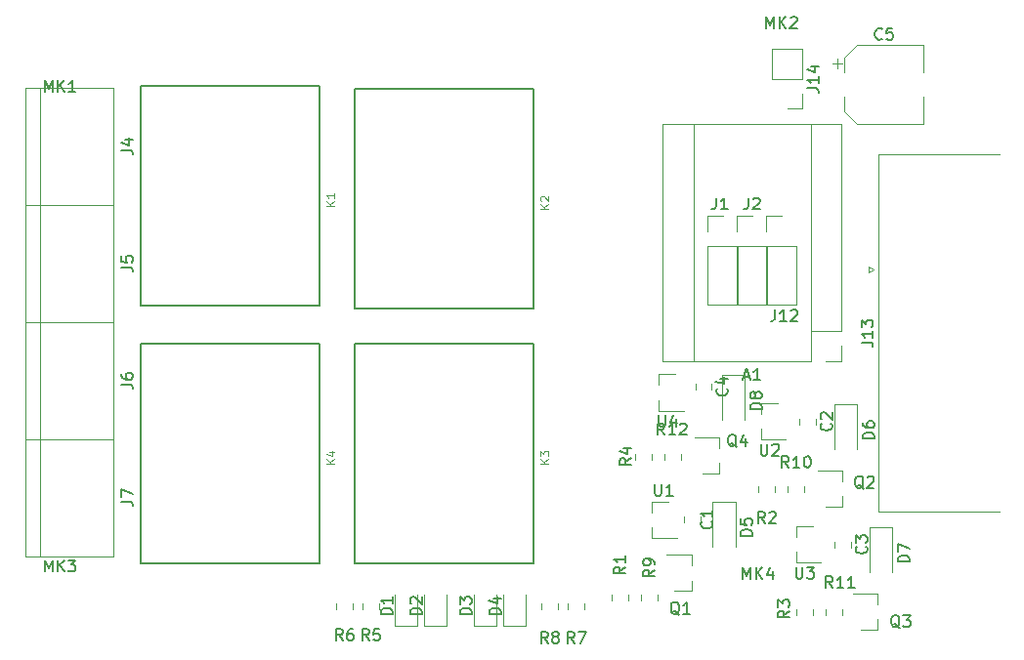
<source format=gto>
G04 #@! TF.GenerationSoftware,KiCad,Pcbnew,(5.1.5)-3*
G04 #@! TF.CreationDate,2020-11-13T16:04:47+01:00*
G04 #@! TF.ProjectId,relais_hat,72656c61-6973-45f6-9861-742e6b696361,rev?*
G04 #@! TF.SameCoordinates,Original*
G04 #@! TF.FileFunction,Legend,Top*
G04 #@! TF.FilePolarity,Positive*
%FSLAX46Y46*%
G04 Gerber Fmt 4.6, Leading zero omitted, Abs format (unit mm)*
G04 Created by KiCad (PCBNEW (5.1.5)-3) date 2020-11-13 16:04:47*
%MOMM*%
%LPD*%
G04 APERTURE LIST*
%ADD10C,0.120000*%
%ADD11C,0.127000*%
%ADD12C,0.150000*%
%ADD13C,0.015000*%
G04 APERTURE END LIST*
D10*
X243886000Y-147621000D02*
X243886000Y-144936000D01*
X241966000Y-147621000D02*
X243886000Y-147621000D01*
X241966000Y-144936000D02*
X241966000Y-147621000D01*
X241346000Y-147621000D02*
X241346000Y-144936000D01*
X239426000Y-147621000D02*
X241346000Y-147621000D01*
X239426000Y-144936000D02*
X239426000Y-147621000D01*
X237028000Y-147621000D02*
X237028000Y-144936000D01*
X235108000Y-147621000D02*
X237028000Y-147621000D01*
X235108000Y-144936000D02*
X235108000Y-147621000D01*
X234488000Y-147621000D02*
X234488000Y-144936000D01*
X232568000Y-147621000D02*
X234488000Y-147621000D01*
X232568000Y-144936000D02*
X232568000Y-147621000D01*
X260670980Y-134460400D02*
X260670980Y-133530400D01*
X260670980Y-131300400D02*
X260670980Y-132230400D01*
X260670980Y-131300400D02*
X258510980Y-131300400D01*
X260670980Y-134460400D02*
X259210980Y-134460400D01*
X274389520Y-148021460D02*
X274389520Y-147091460D01*
X274389520Y-144861460D02*
X274389520Y-145791460D01*
X274389520Y-144861460D02*
X272229520Y-144861460D01*
X274389520Y-148021460D02*
X272929520Y-148021460D01*
X271323740Y-137320440D02*
X271323740Y-136390440D01*
X271323740Y-134160440D02*
X271323740Y-135090440D01*
X271323740Y-134160440D02*
X269163740Y-134160440D01*
X271323740Y-137320440D02*
X269863740Y-137320440D01*
X258240000Y-144650000D02*
X258240000Y-143720000D01*
X258240000Y-141490000D02*
X258240000Y-142420000D01*
X258240000Y-141490000D02*
X256080000Y-141490000D01*
X258240000Y-144650000D02*
X256780000Y-144650000D01*
X267878000Y-102816000D02*
X266548000Y-102816000D01*
X267878000Y-101486000D02*
X267878000Y-102816000D01*
X267878000Y-100216000D02*
X265218000Y-100216000D01*
X265218000Y-100216000D02*
X265218000Y-97616000D01*
X267878000Y-100216000D02*
X267878000Y-97616000D01*
X267878000Y-97616000D02*
X265218000Y-97616000D01*
X270886250Y-98482750D02*
X270886250Y-99270250D01*
X270492500Y-98876500D02*
X271280000Y-98876500D01*
X271520000Y-103069563D02*
X272584437Y-104134000D01*
X271520000Y-98378437D02*
X272584437Y-97314000D01*
X271520000Y-98378437D02*
X271520000Y-99664000D01*
X271520000Y-103069563D02*
X271520000Y-101784000D01*
X272584437Y-104134000D02*
X278340000Y-104134000D01*
X272584437Y-97314000D02*
X278340000Y-97314000D01*
X278340000Y-97314000D02*
X278340000Y-99664000D01*
X278340000Y-104134000D02*
X278340000Y-101784000D01*
X264710000Y-112094000D02*
X266040000Y-112094000D01*
X264710000Y-113424000D02*
X264710000Y-112094000D01*
X264710000Y-114694000D02*
X267370000Y-114694000D01*
X267370000Y-114694000D02*
X267370000Y-119834000D01*
X264710000Y-114694000D02*
X264710000Y-119834000D01*
X264710000Y-119834000D02*
X267370000Y-119834000D01*
X262170000Y-112094000D02*
X263500000Y-112094000D01*
X262170000Y-113424000D02*
X262170000Y-112094000D01*
X262170000Y-114694000D02*
X264830000Y-114694000D01*
X264830000Y-114694000D02*
X264830000Y-119834000D01*
X262170000Y-114694000D02*
X262170000Y-119834000D01*
X262170000Y-119834000D02*
X264830000Y-119834000D01*
X259630000Y-112094000D02*
X260960000Y-112094000D01*
X259630000Y-113424000D02*
X259630000Y-112094000D01*
X259630000Y-114694000D02*
X262290000Y-114694000D01*
X262290000Y-114694000D02*
X262290000Y-119834000D01*
X259630000Y-114694000D02*
X259630000Y-119834000D01*
X259630000Y-119834000D02*
X262290000Y-119834000D01*
X273994675Y-116726000D02*
X273561662Y-116976000D01*
X273561662Y-116476000D02*
X273994675Y-116726000D01*
X273561662Y-116976000D02*
X273561662Y-116476000D01*
X274456000Y-106781000D02*
X284936000Y-106781000D01*
X274456000Y-137751000D02*
X274456000Y-106781000D01*
X284936000Y-137751000D02*
X274456000Y-137751000D01*
X262880000Y-125906000D02*
X262880000Y-129806000D01*
X260880000Y-125906000D02*
X260880000Y-129806000D01*
X262880000Y-125906000D02*
X260880000Y-125906000D01*
X275676000Y-139114000D02*
X275676000Y-143014000D01*
X273676000Y-139114000D02*
X273676000Y-143014000D01*
X275676000Y-139114000D02*
X273676000Y-139114000D01*
X272628000Y-128446000D02*
X272628000Y-132346000D01*
X270628000Y-128446000D02*
X270628000Y-132346000D01*
X272628000Y-128446000D02*
X270628000Y-128446000D01*
X262050000Y-136870000D02*
X262050000Y-140770000D01*
X260050000Y-136870000D02*
X260050000Y-140770000D01*
X262050000Y-136870000D02*
X260050000Y-136870000D01*
X255420000Y-125850000D02*
X256880000Y-125850000D01*
X255420000Y-129010000D02*
X257580000Y-129010000D01*
X255420000Y-129010000D02*
X255420000Y-128080000D01*
X255420000Y-125850000D02*
X255420000Y-126780000D01*
X267312000Y-139022000D02*
X268772000Y-139022000D01*
X267312000Y-142182000D02*
X269472000Y-142182000D01*
X267312000Y-142182000D02*
X267312000Y-141252000D01*
X267312000Y-139022000D02*
X267312000Y-139952000D01*
X264264000Y-128354000D02*
X265724000Y-128354000D01*
X264264000Y-131514000D02*
X266424000Y-131514000D01*
X264264000Y-131514000D02*
X264264000Y-130584000D01*
X264264000Y-128354000D02*
X264264000Y-129284000D01*
X254810000Y-136880000D02*
X256270000Y-136880000D01*
X254810000Y-140040000D02*
X256970000Y-140040000D01*
X254810000Y-140040000D02*
X254810000Y-139110000D01*
X254810000Y-136880000D02*
X254810000Y-137810000D01*
X257352000Y-133240578D02*
X257352000Y-132723422D01*
X255932000Y-133240578D02*
X255932000Y-132723422D01*
X271322000Y-146702578D02*
X271322000Y-146185422D01*
X269902000Y-146702578D02*
X269902000Y-146185422D01*
X268020000Y-136034578D02*
X268020000Y-135517422D01*
X266600000Y-136034578D02*
X266600000Y-135517422D01*
X255320000Y-145432578D02*
X255320000Y-144915422D01*
X253900000Y-145432578D02*
X253900000Y-144915422D01*
X246684000Y-146194578D02*
X246684000Y-145677422D01*
X245264000Y-146194578D02*
X245264000Y-145677422D01*
X248970000Y-146194578D02*
X248970000Y-145677422D01*
X247550000Y-146194578D02*
X247550000Y-145677422D01*
X228904000Y-146194578D02*
X228904000Y-145677422D01*
X227484000Y-146194578D02*
X227484000Y-145677422D01*
X231190000Y-146194578D02*
X231190000Y-145677422D01*
X229770000Y-146194578D02*
X229770000Y-145677422D01*
X253392000Y-132723422D02*
X253392000Y-133240578D01*
X254812000Y-132723422D02*
X254812000Y-133240578D01*
X267362000Y-146185422D02*
X267362000Y-146702578D01*
X268782000Y-146185422D02*
X268782000Y-146702578D01*
X264060000Y-135517422D02*
X264060000Y-136034578D01*
X265480000Y-135517422D02*
X265480000Y-136034578D01*
X251360000Y-144915422D02*
X251360000Y-145432578D01*
X252780000Y-144915422D02*
X252780000Y-145432578D01*
D11*
X226038000Y-123228000D02*
X210538000Y-123228000D01*
X226038000Y-142228000D02*
X226038000Y-123228000D01*
X210538000Y-142228000D02*
X226038000Y-142228000D01*
X210538000Y-123228000D02*
X210538000Y-142228000D01*
X244580000Y-123228000D02*
X229080000Y-123228000D01*
X244580000Y-142228000D02*
X244580000Y-123228000D01*
X229080000Y-142228000D02*
X244580000Y-142228000D01*
X229080000Y-123228000D02*
X229080000Y-142228000D01*
X244580000Y-101130000D02*
X229080000Y-101130000D01*
X244580000Y-120130000D02*
X244580000Y-101130000D01*
X229080000Y-120130000D02*
X244580000Y-120130000D01*
X229080000Y-101130000D02*
X229080000Y-120130000D01*
X226038000Y-100876000D02*
X210538000Y-100876000D01*
X226038000Y-119876000D02*
X226038000Y-100876000D01*
X210538000Y-119876000D02*
X226038000Y-119876000D01*
X210538000Y-100876000D02*
X210538000Y-119876000D01*
D10*
X200510000Y-131460000D02*
X200510000Y-141620000D01*
X208130000Y-131460000D02*
X200510000Y-131460000D01*
X208130000Y-141620000D02*
X208130000Y-131460000D01*
X200510000Y-141620000D02*
X208130000Y-141620000D01*
X201780000Y-141620000D02*
X201780000Y-131460000D01*
X200508000Y-121298000D02*
X200508000Y-131458000D01*
X208128000Y-121298000D02*
X200508000Y-121298000D01*
X208128000Y-131458000D02*
X208128000Y-121298000D01*
X200508000Y-131458000D02*
X208128000Y-131458000D01*
X201778000Y-131458000D02*
X201778000Y-121298000D01*
X200510000Y-111140000D02*
X200510000Y-121300000D01*
X208130000Y-111140000D02*
X200510000Y-111140000D01*
X208130000Y-121300000D02*
X208130000Y-111140000D01*
X200510000Y-121300000D02*
X208130000Y-121300000D01*
X201780000Y-121300000D02*
X201780000Y-111140000D01*
X200510000Y-100980000D02*
X200510000Y-111140000D01*
X208130000Y-100980000D02*
X200510000Y-100980000D01*
X208130000Y-111140000D02*
X208130000Y-100980000D01*
X200510000Y-111140000D02*
X208130000Y-111140000D01*
X201780000Y-111140000D02*
X201780000Y-100980000D01*
X258580000Y-126651422D02*
X258580000Y-127168578D01*
X260000000Y-126651422D02*
X260000000Y-127168578D01*
X270664000Y-140343422D02*
X270664000Y-140860578D01*
X272084000Y-140343422D02*
X272084000Y-140860578D01*
X267616000Y-129675422D02*
X267616000Y-130192578D01*
X269036000Y-129675422D02*
X269036000Y-130192578D01*
X257640000Y-138171422D02*
X257640000Y-138688578D01*
X259060000Y-138171422D02*
X259060000Y-138688578D01*
X255750000Y-124730000D02*
X268580000Y-124730000D01*
X255750000Y-104150000D02*
X255750000Y-124730000D01*
X271250000Y-104150000D02*
X255750000Y-104150000D01*
X271250000Y-122060000D02*
X271250000Y-104150000D01*
X268580000Y-122060000D02*
X271250000Y-122060000D01*
X268580000Y-124730000D02*
X268580000Y-122060000D01*
X271250000Y-124730000D02*
X271250000Y-123330000D01*
X269850000Y-124730000D02*
X271250000Y-124730000D01*
X268580000Y-122060000D02*
X268580000Y-104150000D01*
X258420000Y-124730000D02*
X258420000Y-104150000D01*
D12*
X241728380Y-146674095D02*
X240728380Y-146674095D01*
X240728380Y-146436000D01*
X240776000Y-146293142D01*
X240871238Y-146197904D01*
X240966476Y-146150285D01*
X241156952Y-146102666D01*
X241299809Y-146102666D01*
X241490285Y-146150285D01*
X241585523Y-146197904D01*
X241680761Y-146293142D01*
X241728380Y-146436000D01*
X241728380Y-146674095D01*
X241061714Y-145245523D02*
X241728380Y-145245523D01*
X240680761Y-145483619D02*
X241395047Y-145721714D01*
X241395047Y-145102666D01*
X239188380Y-146674095D02*
X238188380Y-146674095D01*
X238188380Y-146436000D01*
X238236000Y-146293142D01*
X238331238Y-146197904D01*
X238426476Y-146150285D01*
X238616952Y-146102666D01*
X238759809Y-146102666D01*
X238950285Y-146150285D01*
X239045523Y-146197904D01*
X239140761Y-146293142D01*
X239188380Y-146436000D01*
X239188380Y-146674095D01*
X238188380Y-145769333D02*
X238188380Y-145150285D01*
X238569333Y-145483619D01*
X238569333Y-145340761D01*
X238616952Y-145245523D01*
X238664571Y-145197904D01*
X238759809Y-145150285D01*
X238997904Y-145150285D01*
X239093142Y-145197904D01*
X239140761Y-145245523D01*
X239188380Y-145340761D01*
X239188380Y-145626476D01*
X239140761Y-145721714D01*
X239093142Y-145769333D01*
X234870380Y-146674095D02*
X233870380Y-146674095D01*
X233870380Y-146436000D01*
X233918000Y-146293142D01*
X234013238Y-146197904D01*
X234108476Y-146150285D01*
X234298952Y-146102666D01*
X234441809Y-146102666D01*
X234632285Y-146150285D01*
X234727523Y-146197904D01*
X234822761Y-146293142D01*
X234870380Y-146436000D01*
X234870380Y-146674095D01*
X233965619Y-145721714D02*
X233918000Y-145674095D01*
X233870380Y-145578857D01*
X233870380Y-145340761D01*
X233918000Y-145245523D01*
X233965619Y-145197904D01*
X234060857Y-145150285D01*
X234156095Y-145150285D01*
X234298952Y-145197904D01*
X234870380Y-145769333D01*
X234870380Y-145150285D01*
X232330380Y-146674095D02*
X231330380Y-146674095D01*
X231330380Y-146436000D01*
X231378000Y-146293142D01*
X231473238Y-146197904D01*
X231568476Y-146150285D01*
X231758952Y-146102666D01*
X231901809Y-146102666D01*
X232092285Y-146150285D01*
X232187523Y-146197904D01*
X232282761Y-146293142D01*
X232330380Y-146436000D01*
X232330380Y-146674095D01*
X232330380Y-145150285D02*
X232330380Y-145721714D01*
X232330380Y-145436000D02*
X231330380Y-145436000D01*
X231473238Y-145531238D01*
X231568476Y-145626476D01*
X231616095Y-145721714D01*
X262152541Y-132168179D02*
X262057303Y-132120560D01*
X261962065Y-132025321D01*
X261819208Y-131882464D01*
X261723970Y-131834845D01*
X261628732Y-131834845D01*
X261676351Y-132072940D02*
X261581113Y-132025321D01*
X261485875Y-131930083D01*
X261438256Y-131739607D01*
X261438256Y-131406274D01*
X261485875Y-131215798D01*
X261581113Y-131120560D01*
X261676351Y-131072940D01*
X261866827Y-131072940D01*
X261962065Y-131120560D01*
X262057303Y-131215798D01*
X262104922Y-131406274D01*
X262104922Y-131739607D01*
X262057303Y-131930083D01*
X261962065Y-132025321D01*
X261866827Y-132072940D01*
X261676351Y-132072940D01*
X262962065Y-131406274D02*
X262962065Y-132072940D01*
X262723970Y-131025321D02*
X262485875Y-131739607D01*
X263104922Y-131739607D01*
X276300341Y-147842519D02*
X276205103Y-147794900D01*
X276109865Y-147699661D01*
X275967008Y-147556804D01*
X275871770Y-147509185D01*
X275776532Y-147509185D01*
X275824151Y-147747280D02*
X275728913Y-147699661D01*
X275633675Y-147604423D01*
X275586056Y-147413947D01*
X275586056Y-147080614D01*
X275633675Y-146890138D01*
X275728913Y-146794900D01*
X275824151Y-146747280D01*
X276014627Y-146747280D01*
X276109865Y-146794900D01*
X276205103Y-146890138D01*
X276252722Y-147080614D01*
X276252722Y-147413947D01*
X276205103Y-147604423D01*
X276109865Y-147699661D01*
X276014627Y-147747280D01*
X275824151Y-147747280D01*
X276586056Y-146747280D02*
X277205103Y-146747280D01*
X276871770Y-147128233D01*
X277014627Y-147128233D01*
X277109865Y-147175852D01*
X277157484Y-147223471D01*
X277205103Y-147318709D01*
X277205103Y-147556804D01*
X277157484Y-147652042D01*
X277109865Y-147699661D01*
X277014627Y-147747280D01*
X276728913Y-147747280D01*
X276633675Y-147699661D01*
X276586056Y-147652042D01*
X273160901Y-135774979D02*
X273065663Y-135727360D01*
X272970425Y-135632121D01*
X272827568Y-135489264D01*
X272732330Y-135441645D01*
X272637092Y-135441645D01*
X272684711Y-135679740D02*
X272589473Y-135632121D01*
X272494235Y-135536883D01*
X272446616Y-135346407D01*
X272446616Y-135013074D01*
X272494235Y-134822598D01*
X272589473Y-134727360D01*
X272684711Y-134679740D01*
X272875187Y-134679740D01*
X272970425Y-134727360D01*
X273065663Y-134822598D01*
X273113282Y-135013074D01*
X273113282Y-135346407D01*
X273065663Y-135536883D01*
X272970425Y-135632121D01*
X272875187Y-135679740D01*
X272684711Y-135679740D01*
X273494235Y-134774979D02*
X273541854Y-134727360D01*
X273637092Y-134679740D01*
X273875187Y-134679740D01*
X273970425Y-134727360D01*
X274018044Y-134774979D01*
X274065663Y-134870217D01*
X274065663Y-134965455D01*
X274018044Y-135108312D01*
X273446616Y-135679740D01*
X274065663Y-135679740D01*
X257194261Y-146696099D02*
X257099023Y-146648480D01*
X257003785Y-146553241D01*
X256860928Y-146410384D01*
X256765690Y-146362765D01*
X256670452Y-146362765D01*
X256718071Y-146600860D02*
X256622833Y-146553241D01*
X256527595Y-146458003D01*
X256479976Y-146267527D01*
X256479976Y-145934194D01*
X256527595Y-145743718D01*
X256622833Y-145648480D01*
X256718071Y-145600860D01*
X256908547Y-145600860D01*
X257003785Y-145648480D01*
X257099023Y-145743718D01*
X257146642Y-145934194D01*
X257146642Y-146267527D01*
X257099023Y-146458003D01*
X257003785Y-146553241D01*
X256908547Y-146600860D01*
X256718071Y-146600860D01*
X258099023Y-146600860D02*
X257527595Y-146600860D01*
X257813309Y-146600860D02*
X257813309Y-145600860D01*
X257718071Y-145743718D01*
X257622833Y-145838956D01*
X257527595Y-145886575D01*
X268286380Y-101025523D02*
X269000666Y-101025523D01*
X269143523Y-101073142D01*
X269238761Y-101168380D01*
X269286380Y-101311238D01*
X269286380Y-101406476D01*
X269286380Y-100025523D02*
X269286380Y-100596952D01*
X269286380Y-100311238D02*
X268286380Y-100311238D01*
X268429238Y-100406476D01*
X268524476Y-100501714D01*
X268572095Y-100596952D01*
X268619714Y-99168380D02*
X269286380Y-99168380D01*
X268238761Y-99406476D02*
X268953047Y-99644571D01*
X268953047Y-99025523D01*
X274763333Y-96731142D02*
X274715714Y-96778761D01*
X274572857Y-96826380D01*
X274477619Y-96826380D01*
X274334761Y-96778761D01*
X274239523Y-96683523D01*
X274191904Y-96588285D01*
X274144285Y-96397809D01*
X274144285Y-96254952D01*
X274191904Y-96064476D01*
X274239523Y-95969238D01*
X274334761Y-95874000D01*
X274477619Y-95826380D01*
X274572857Y-95826380D01*
X274715714Y-95874000D01*
X274763333Y-95921619D01*
X275668095Y-95826380D02*
X275191904Y-95826380D01*
X275144285Y-96302571D01*
X275191904Y-96254952D01*
X275287142Y-96207333D01*
X275525238Y-96207333D01*
X275620476Y-96254952D01*
X275668095Y-96302571D01*
X275715714Y-96397809D01*
X275715714Y-96635904D01*
X275668095Y-96731142D01*
X275620476Y-96778761D01*
X275525238Y-96826380D01*
X275287142Y-96826380D01*
X275191904Y-96778761D01*
X275144285Y-96731142D01*
X265484476Y-120242380D02*
X265484476Y-120956666D01*
X265436857Y-121099523D01*
X265341619Y-121194761D01*
X265198761Y-121242380D01*
X265103523Y-121242380D01*
X266484476Y-121242380D02*
X265913047Y-121242380D01*
X266198761Y-121242380D02*
X266198761Y-120242380D01*
X266103523Y-120385238D01*
X266008285Y-120480476D01*
X265913047Y-120528095D01*
X266865428Y-120337619D02*
X266913047Y-120290000D01*
X267008285Y-120242380D01*
X267246380Y-120242380D01*
X267341619Y-120290000D01*
X267389238Y-120337619D01*
X267436857Y-120432857D01*
X267436857Y-120528095D01*
X267389238Y-120670952D01*
X266817809Y-121242380D01*
X267436857Y-121242380D01*
X263166666Y-110546380D02*
X263166666Y-111260666D01*
X263119047Y-111403523D01*
X263023809Y-111498761D01*
X262880952Y-111546380D01*
X262785714Y-111546380D01*
X263595238Y-110641619D02*
X263642857Y-110594000D01*
X263738095Y-110546380D01*
X263976190Y-110546380D01*
X264071428Y-110594000D01*
X264119047Y-110641619D01*
X264166666Y-110736857D01*
X264166666Y-110832095D01*
X264119047Y-110974952D01*
X263547619Y-111546380D01*
X264166666Y-111546380D01*
X260372666Y-110546380D02*
X260372666Y-111260666D01*
X260325047Y-111403523D01*
X260229809Y-111498761D01*
X260086952Y-111546380D01*
X259991714Y-111546380D01*
X261372666Y-111546380D02*
X260801238Y-111546380D01*
X261086952Y-111546380D02*
X261086952Y-110546380D01*
X260991714Y-110689238D01*
X260896476Y-110784476D01*
X260801238Y-110832095D01*
X272968380Y-123075523D02*
X273682666Y-123075523D01*
X273825523Y-123123142D01*
X273920761Y-123218380D01*
X273968380Y-123361238D01*
X273968380Y-123456476D01*
X273968380Y-122075523D02*
X273968380Y-122646952D01*
X273968380Y-122361238D02*
X272968380Y-122361238D01*
X273111238Y-122456476D01*
X273206476Y-122551714D01*
X273254095Y-122646952D01*
X272968380Y-121742190D02*
X272968380Y-121123142D01*
X273349333Y-121456476D01*
X273349333Y-121313619D01*
X273396952Y-121218380D01*
X273444571Y-121170761D01*
X273539809Y-121123142D01*
X273777904Y-121123142D01*
X273873142Y-121170761D01*
X273920761Y-121218380D01*
X273968380Y-121313619D01*
X273968380Y-121599333D01*
X273920761Y-121694571D01*
X273873142Y-121742190D01*
X264332380Y-128894095D02*
X263332380Y-128894095D01*
X263332380Y-128656000D01*
X263380000Y-128513142D01*
X263475238Y-128417904D01*
X263570476Y-128370285D01*
X263760952Y-128322666D01*
X263903809Y-128322666D01*
X264094285Y-128370285D01*
X264189523Y-128417904D01*
X264284761Y-128513142D01*
X264332380Y-128656000D01*
X264332380Y-128894095D01*
X263760952Y-127751238D02*
X263713333Y-127846476D01*
X263665714Y-127894095D01*
X263570476Y-127941714D01*
X263522857Y-127941714D01*
X263427619Y-127894095D01*
X263380000Y-127846476D01*
X263332380Y-127751238D01*
X263332380Y-127560761D01*
X263380000Y-127465523D01*
X263427619Y-127417904D01*
X263522857Y-127370285D01*
X263570476Y-127370285D01*
X263665714Y-127417904D01*
X263713333Y-127465523D01*
X263760952Y-127560761D01*
X263760952Y-127751238D01*
X263808571Y-127846476D01*
X263856190Y-127894095D01*
X263951428Y-127941714D01*
X264141904Y-127941714D01*
X264237142Y-127894095D01*
X264284761Y-127846476D01*
X264332380Y-127751238D01*
X264332380Y-127560761D01*
X264284761Y-127465523D01*
X264237142Y-127417904D01*
X264141904Y-127370285D01*
X263951428Y-127370285D01*
X263856190Y-127417904D01*
X263808571Y-127465523D01*
X263760952Y-127560761D01*
X277128380Y-142102095D02*
X276128380Y-142102095D01*
X276128380Y-141864000D01*
X276176000Y-141721142D01*
X276271238Y-141625904D01*
X276366476Y-141578285D01*
X276556952Y-141530666D01*
X276699809Y-141530666D01*
X276890285Y-141578285D01*
X276985523Y-141625904D01*
X277080761Y-141721142D01*
X277128380Y-141864000D01*
X277128380Y-142102095D01*
X276128380Y-141197333D02*
X276128380Y-140530666D01*
X277128380Y-140959238D01*
X274080380Y-131434095D02*
X273080380Y-131434095D01*
X273080380Y-131196000D01*
X273128000Y-131053142D01*
X273223238Y-130957904D01*
X273318476Y-130910285D01*
X273508952Y-130862666D01*
X273651809Y-130862666D01*
X273842285Y-130910285D01*
X273937523Y-130957904D01*
X274032761Y-131053142D01*
X274080380Y-131196000D01*
X274080380Y-131434095D01*
X273080380Y-130005523D02*
X273080380Y-130196000D01*
X273128000Y-130291238D01*
X273175619Y-130338857D01*
X273318476Y-130434095D01*
X273508952Y-130481714D01*
X273889904Y-130481714D01*
X273985142Y-130434095D01*
X274032761Y-130386476D01*
X274080380Y-130291238D01*
X274080380Y-130100761D01*
X274032761Y-130005523D01*
X273985142Y-129957904D01*
X273889904Y-129910285D01*
X273651809Y-129910285D01*
X273556571Y-129957904D01*
X273508952Y-130005523D01*
X273461333Y-130100761D01*
X273461333Y-130291238D01*
X273508952Y-130386476D01*
X273556571Y-130434095D01*
X273651809Y-130481714D01*
X263502380Y-139858095D02*
X262502380Y-139858095D01*
X262502380Y-139620000D01*
X262550000Y-139477142D01*
X262645238Y-139381904D01*
X262740476Y-139334285D01*
X262930952Y-139286666D01*
X263073809Y-139286666D01*
X263264285Y-139334285D01*
X263359523Y-139381904D01*
X263454761Y-139477142D01*
X263502380Y-139620000D01*
X263502380Y-139858095D01*
X262502380Y-138381904D02*
X262502380Y-138858095D01*
X262978571Y-138905714D01*
X262930952Y-138858095D01*
X262883333Y-138762857D01*
X262883333Y-138524761D01*
X262930952Y-138429523D01*
X262978571Y-138381904D01*
X263073809Y-138334285D01*
X263311904Y-138334285D01*
X263407142Y-138381904D01*
X263454761Y-138429523D01*
X263502380Y-138524761D01*
X263502380Y-138762857D01*
X263454761Y-138858095D01*
X263407142Y-138905714D01*
X255418095Y-129382380D02*
X255418095Y-130191904D01*
X255465714Y-130287142D01*
X255513333Y-130334761D01*
X255608571Y-130382380D01*
X255799047Y-130382380D01*
X255894285Y-130334761D01*
X255941904Y-130287142D01*
X255989523Y-130191904D01*
X255989523Y-129382380D01*
X256894285Y-129715714D02*
X256894285Y-130382380D01*
X256656190Y-129334761D02*
X256418095Y-130049047D01*
X257037142Y-130049047D01*
X267310095Y-142554380D02*
X267310095Y-143363904D01*
X267357714Y-143459142D01*
X267405333Y-143506761D01*
X267500571Y-143554380D01*
X267691047Y-143554380D01*
X267786285Y-143506761D01*
X267833904Y-143459142D01*
X267881523Y-143363904D01*
X267881523Y-142554380D01*
X268262476Y-142554380D02*
X268881523Y-142554380D01*
X268548190Y-142935333D01*
X268691047Y-142935333D01*
X268786285Y-142982952D01*
X268833904Y-143030571D01*
X268881523Y-143125809D01*
X268881523Y-143363904D01*
X268833904Y-143459142D01*
X268786285Y-143506761D01*
X268691047Y-143554380D01*
X268405333Y-143554380D01*
X268310095Y-143506761D01*
X268262476Y-143459142D01*
X264262095Y-131886380D02*
X264262095Y-132695904D01*
X264309714Y-132791142D01*
X264357333Y-132838761D01*
X264452571Y-132886380D01*
X264643047Y-132886380D01*
X264738285Y-132838761D01*
X264785904Y-132791142D01*
X264833523Y-132695904D01*
X264833523Y-131886380D01*
X265262095Y-131981619D02*
X265309714Y-131934000D01*
X265404952Y-131886380D01*
X265643047Y-131886380D01*
X265738285Y-131934000D01*
X265785904Y-131981619D01*
X265833523Y-132076857D01*
X265833523Y-132172095D01*
X265785904Y-132314952D01*
X265214476Y-132886380D01*
X265833523Y-132886380D01*
X255062095Y-135372380D02*
X255062095Y-136181904D01*
X255109714Y-136277142D01*
X255157333Y-136324761D01*
X255252571Y-136372380D01*
X255443047Y-136372380D01*
X255538285Y-136324761D01*
X255585904Y-136277142D01*
X255633523Y-136181904D01*
X255633523Y-135372380D01*
X256633523Y-136372380D02*
X256062095Y-136372380D01*
X256347809Y-136372380D02*
X256347809Y-135372380D01*
X256252571Y-135515238D01*
X256157333Y-135610476D01*
X256062095Y-135658095D01*
X255907702Y-131092500D02*
X255574369Y-130616310D01*
X255336274Y-131092500D02*
X255336274Y-130092500D01*
X255717226Y-130092500D01*
X255812464Y-130140120D01*
X255860083Y-130187739D01*
X255907702Y-130282977D01*
X255907702Y-130425834D01*
X255860083Y-130521072D01*
X255812464Y-130568691D01*
X255717226Y-130616310D01*
X255336274Y-130616310D01*
X256860083Y-131092500D02*
X256288655Y-131092500D01*
X256574369Y-131092500D02*
X256574369Y-130092500D01*
X256479131Y-130235358D01*
X256383893Y-130330596D01*
X256288655Y-130378215D01*
X257241036Y-130187739D02*
X257288655Y-130140120D01*
X257383893Y-130092500D01*
X257621988Y-130092500D01*
X257717226Y-130140120D01*
X257764845Y-130187739D01*
X257812464Y-130282977D01*
X257812464Y-130378215D01*
X257764845Y-130521072D01*
X257193417Y-131092500D01*
X257812464Y-131092500D01*
X270477142Y-144356380D02*
X270143809Y-143880190D01*
X269905714Y-144356380D02*
X269905714Y-143356380D01*
X270286666Y-143356380D01*
X270381904Y-143404000D01*
X270429523Y-143451619D01*
X270477142Y-143546857D01*
X270477142Y-143689714D01*
X270429523Y-143784952D01*
X270381904Y-143832571D01*
X270286666Y-143880190D01*
X269905714Y-143880190D01*
X271429523Y-144356380D02*
X270858095Y-144356380D01*
X271143809Y-144356380D02*
X271143809Y-143356380D01*
X271048571Y-143499238D01*
X270953333Y-143594476D01*
X270858095Y-143642095D01*
X272381904Y-144356380D02*
X271810476Y-144356380D01*
X272096190Y-144356380D02*
X272096190Y-143356380D01*
X272000952Y-143499238D01*
X271905714Y-143594476D01*
X271810476Y-143642095D01*
X266667142Y-133942380D02*
X266333809Y-133466190D01*
X266095714Y-133942380D02*
X266095714Y-132942380D01*
X266476666Y-132942380D01*
X266571904Y-132990000D01*
X266619523Y-133037619D01*
X266667142Y-133132857D01*
X266667142Y-133275714D01*
X266619523Y-133370952D01*
X266571904Y-133418571D01*
X266476666Y-133466190D01*
X266095714Y-133466190D01*
X267619523Y-133942380D02*
X267048095Y-133942380D01*
X267333809Y-133942380D02*
X267333809Y-132942380D01*
X267238571Y-133085238D01*
X267143333Y-133180476D01*
X267048095Y-133228095D01*
X268238571Y-132942380D02*
X268333809Y-132942380D01*
X268429047Y-132990000D01*
X268476666Y-133037619D01*
X268524285Y-133132857D01*
X268571904Y-133323333D01*
X268571904Y-133561428D01*
X268524285Y-133751904D01*
X268476666Y-133847142D01*
X268429047Y-133894761D01*
X268333809Y-133942380D01*
X268238571Y-133942380D01*
X268143333Y-133894761D01*
X268095714Y-133847142D01*
X268048095Y-133751904D01*
X268000476Y-133561428D01*
X268000476Y-133323333D01*
X268048095Y-133132857D01*
X268095714Y-133037619D01*
X268143333Y-132990000D01*
X268238571Y-132942380D01*
X255062380Y-142800666D02*
X254586190Y-143134000D01*
X255062380Y-143372095D02*
X254062380Y-143372095D01*
X254062380Y-142991142D01*
X254110000Y-142895904D01*
X254157619Y-142848285D01*
X254252857Y-142800666D01*
X254395714Y-142800666D01*
X254490952Y-142848285D01*
X254538571Y-142895904D01*
X254586190Y-142991142D01*
X254586190Y-143372095D01*
X255062380Y-142324476D02*
X255062380Y-142134000D01*
X255014761Y-142038761D01*
X254967142Y-141991142D01*
X254824285Y-141895904D01*
X254633809Y-141848285D01*
X254252857Y-141848285D01*
X254157619Y-141895904D01*
X254110000Y-141943523D01*
X254062380Y-142038761D01*
X254062380Y-142229238D01*
X254110000Y-142324476D01*
X254157619Y-142372095D01*
X254252857Y-142419714D01*
X254490952Y-142419714D01*
X254586190Y-142372095D01*
X254633809Y-142324476D01*
X254681428Y-142229238D01*
X254681428Y-142038761D01*
X254633809Y-141943523D01*
X254586190Y-141895904D01*
X254490952Y-141848285D01*
X245807333Y-149182380D02*
X245474000Y-148706190D01*
X245235904Y-149182380D02*
X245235904Y-148182380D01*
X245616857Y-148182380D01*
X245712095Y-148230000D01*
X245759714Y-148277619D01*
X245807333Y-148372857D01*
X245807333Y-148515714D01*
X245759714Y-148610952D01*
X245712095Y-148658571D01*
X245616857Y-148706190D01*
X245235904Y-148706190D01*
X246378761Y-148610952D02*
X246283523Y-148563333D01*
X246235904Y-148515714D01*
X246188285Y-148420476D01*
X246188285Y-148372857D01*
X246235904Y-148277619D01*
X246283523Y-148230000D01*
X246378761Y-148182380D01*
X246569238Y-148182380D01*
X246664476Y-148230000D01*
X246712095Y-148277619D01*
X246759714Y-148372857D01*
X246759714Y-148420476D01*
X246712095Y-148515714D01*
X246664476Y-148563333D01*
X246569238Y-148610952D01*
X246378761Y-148610952D01*
X246283523Y-148658571D01*
X246235904Y-148706190D01*
X246188285Y-148801428D01*
X246188285Y-148991904D01*
X246235904Y-149087142D01*
X246283523Y-149134761D01*
X246378761Y-149182380D01*
X246569238Y-149182380D01*
X246664476Y-149134761D01*
X246712095Y-149087142D01*
X246759714Y-148991904D01*
X246759714Y-148801428D01*
X246712095Y-148706190D01*
X246664476Y-148658571D01*
X246569238Y-148610952D01*
X248093333Y-149182380D02*
X247760000Y-148706190D01*
X247521904Y-149182380D02*
X247521904Y-148182380D01*
X247902857Y-148182380D01*
X247998095Y-148230000D01*
X248045714Y-148277619D01*
X248093333Y-148372857D01*
X248093333Y-148515714D01*
X248045714Y-148610952D01*
X247998095Y-148658571D01*
X247902857Y-148706190D01*
X247521904Y-148706190D01*
X248426666Y-148182380D02*
X249093333Y-148182380D01*
X248664761Y-149182380D01*
X228027333Y-148928380D02*
X227694000Y-148452190D01*
X227455904Y-148928380D02*
X227455904Y-147928380D01*
X227836857Y-147928380D01*
X227932095Y-147976000D01*
X227979714Y-148023619D01*
X228027333Y-148118857D01*
X228027333Y-148261714D01*
X227979714Y-148356952D01*
X227932095Y-148404571D01*
X227836857Y-148452190D01*
X227455904Y-148452190D01*
X228884476Y-147928380D02*
X228694000Y-147928380D01*
X228598761Y-147976000D01*
X228551142Y-148023619D01*
X228455904Y-148166476D01*
X228408285Y-148356952D01*
X228408285Y-148737904D01*
X228455904Y-148833142D01*
X228503523Y-148880761D01*
X228598761Y-148928380D01*
X228789238Y-148928380D01*
X228884476Y-148880761D01*
X228932095Y-148833142D01*
X228979714Y-148737904D01*
X228979714Y-148499809D01*
X228932095Y-148404571D01*
X228884476Y-148356952D01*
X228789238Y-148309333D01*
X228598761Y-148309333D01*
X228503523Y-148356952D01*
X228455904Y-148404571D01*
X228408285Y-148499809D01*
X230313333Y-148928380D02*
X229980000Y-148452190D01*
X229741904Y-148928380D02*
X229741904Y-147928380D01*
X230122857Y-147928380D01*
X230218095Y-147976000D01*
X230265714Y-148023619D01*
X230313333Y-148118857D01*
X230313333Y-148261714D01*
X230265714Y-148356952D01*
X230218095Y-148404571D01*
X230122857Y-148452190D01*
X229741904Y-148452190D01*
X231218095Y-147928380D02*
X230741904Y-147928380D01*
X230694285Y-148404571D01*
X230741904Y-148356952D01*
X230837142Y-148309333D01*
X231075238Y-148309333D01*
X231170476Y-148356952D01*
X231218095Y-148404571D01*
X231265714Y-148499809D01*
X231265714Y-148737904D01*
X231218095Y-148833142D01*
X231170476Y-148880761D01*
X231075238Y-148928380D01*
X230837142Y-148928380D01*
X230741904Y-148880761D01*
X230694285Y-148833142D01*
X253025300Y-133133426D02*
X252549110Y-133466760D01*
X253025300Y-133704855D02*
X252025300Y-133704855D01*
X252025300Y-133323902D01*
X252072920Y-133228664D01*
X252120539Y-133181045D01*
X252215777Y-133133426D01*
X252358634Y-133133426D01*
X252453872Y-133181045D01*
X252501491Y-133228664D01*
X252549110Y-133323902D01*
X252549110Y-133704855D01*
X252358634Y-132276283D02*
X253025300Y-132276283D01*
X251977681Y-132514379D02*
X252691967Y-132752474D01*
X252691967Y-132133426D01*
X266746380Y-146356666D02*
X266270190Y-146690000D01*
X266746380Y-146928095D02*
X265746380Y-146928095D01*
X265746380Y-146547142D01*
X265794000Y-146451904D01*
X265841619Y-146404285D01*
X265936857Y-146356666D01*
X266079714Y-146356666D01*
X266174952Y-146404285D01*
X266222571Y-146451904D01*
X266270190Y-146547142D01*
X266270190Y-146928095D01*
X265746380Y-146023333D02*
X265746380Y-145404285D01*
X266127333Y-145737619D01*
X266127333Y-145594761D01*
X266174952Y-145499523D01*
X266222571Y-145451904D01*
X266317809Y-145404285D01*
X266555904Y-145404285D01*
X266651142Y-145451904D01*
X266698761Y-145499523D01*
X266746380Y-145594761D01*
X266746380Y-145880476D01*
X266698761Y-145975714D01*
X266651142Y-146023333D01*
X264603333Y-138768380D02*
X264270000Y-138292190D01*
X264031904Y-138768380D02*
X264031904Y-137768380D01*
X264412857Y-137768380D01*
X264508095Y-137816000D01*
X264555714Y-137863619D01*
X264603333Y-137958857D01*
X264603333Y-138101714D01*
X264555714Y-138196952D01*
X264508095Y-138244571D01*
X264412857Y-138292190D01*
X264031904Y-138292190D01*
X264984285Y-137863619D02*
X265031904Y-137816000D01*
X265127142Y-137768380D01*
X265365238Y-137768380D01*
X265460476Y-137816000D01*
X265508095Y-137863619D01*
X265555714Y-137958857D01*
X265555714Y-138054095D01*
X265508095Y-138196952D01*
X264936666Y-138768380D01*
X265555714Y-138768380D01*
X252522380Y-142546666D02*
X252046190Y-142880000D01*
X252522380Y-143118095D02*
X251522380Y-143118095D01*
X251522380Y-142737142D01*
X251570000Y-142641904D01*
X251617619Y-142594285D01*
X251712857Y-142546666D01*
X251855714Y-142546666D01*
X251950952Y-142594285D01*
X251998571Y-142641904D01*
X252046190Y-142737142D01*
X252046190Y-143118095D01*
X252522380Y-141594285D02*
X252522380Y-142165714D01*
X252522380Y-141880000D02*
X251522380Y-141880000D01*
X251665238Y-141975238D01*
X251760476Y-142070476D01*
X251808095Y-142165714D01*
D13*
X227318639Y-133563504D02*
X226617515Y-133563504D01*
X227318639Y-133162862D02*
X226917996Y-133463343D01*
X226617515Y-133162862D02*
X227018157Y-133563504D01*
X226851223Y-132561898D02*
X227318639Y-132561898D01*
X226584128Y-132728832D02*
X227084931Y-132895767D01*
X227084931Y-132461738D01*
X245860639Y-133563504D02*
X245159515Y-133563504D01*
X245860639Y-133162862D02*
X245459996Y-133463343D01*
X245159515Y-133162862D02*
X245560157Y-133563504D01*
X245159515Y-132929154D02*
X245159515Y-132495124D01*
X245426610Y-132728832D01*
X245426610Y-132628672D01*
X245459996Y-132561898D01*
X245493383Y-132528511D01*
X245560157Y-132495124D01*
X245727091Y-132495124D01*
X245793865Y-132528511D01*
X245827252Y-132561898D01*
X245860639Y-132628672D01*
X245860639Y-132828993D01*
X245827252Y-132895767D01*
X245793865Y-132929154D01*
X245860639Y-111465504D02*
X245159515Y-111465504D01*
X245860639Y-111064862D02*
X245459996Y-111365343D01*
X245159515Y-111064862D02*
X245560157Y-111465504D01*
X245226288Y-110797767D02*
X245192902Y-110764380D01*
X245159515Y-110697606D01*
X245159515Y-110530672D01*
X245192902Y-110463898D01*
X245226288Y-110430511D01*
X245293062Y-110397124D01*
X245359836Y-110397124D01*
X245459996Y-110430511D01*
X245860639Y-110831154D01*
X245860639Y-110397124D01*
X227318639Y-111211504D02*
X226617515Y-111211504D01*
X227318639Y-110810862D02*
X226917996Y-111111343D01*
X226617515Y-110810862D02*
X227018157Y-111211504D01*
X227318639Y-110143124D02*
X227318639Y-110543767D01*
X227318639Y-110343446D02*
X226617515Y-110343446D01*
X226717675Y-110410219D01*
X226784449Y-110476993D01*
X226817836Y-110543767D01*
D12*
X208852380Y-136873333D02*
X209566666Y-136873333D01*
X209709523Y-136920952D01*
X209804761Y-137016190D01*
X209852380Y-137159047D01*
X209852380Y-137254285D01*
X208852380Y-136492380D02*
X208852380Y-135825714D01*
X209852380Y-136254285D01*
X208850380Y-126711333D02*
X209564666Y-126711333D01*
X209707523Y-126758952D01*
X209802761Y-126854190D01*
X209850380Y-126997047D01*
X209850380Y-127092285D01*
X208850380Y-125806571D02*
X208850380Y-125997047D01*
X208898000Y-126092285D01*
X208945619Y-126139904D01*
X209088476Y-126235142D01*
X209278952Y-126282761D01*
X209659904Y-126282761D01*
X209755142Y-126235142D01*
X209802761Y-126187523D01*
X209850380Y-126092285D01*
X209850380Y-125901809D01*
X209802761Y-125806571D01*
X209755142Y-125758952D01*
X209659904Y-125711333D01*
X209421809Y-125711333D01*
X209326571Y-125758952D01*
X209278952Y-125806571D01*
X209231333Y-125901809D01*
X209231333Y-126092285D01*
X209278952Y-126187523D01*
X209326571Y-126235142D01*
X209421809Y-126282761D01*
X208852380Y-116553333D02*
X209566666Y-116553333D01*
X209709523Y-116600952D01*
X209804761Y-116696190D01*
X209852380Y-116839047D01*
X209852380Y-116934285D01*
X208852380Y-115600952D02*
X208852380Y-116077142D01*
X209328571Y-116124761D01*
X209280952Y-116077142D01*
X209233333Y-115981904D01*
X209233333Y-115743809D01*
X209280952Y-115648571D01*
X209328571Y-115600952D01*
X209423809Y-115553333D01*
X209661904Y-115553333D01*
X209757142Y-115600952D01*
X209804761Y-115648571D01*
X209852380Y-115743809D01*
X209852380Y-115981904D01*
X209804761Y-116077142D01*
X209757142Y-116124761D01*
X208852380Y-106393333D02*
X209566666Y-106393333D01*
X209709523Y-106440952D01*
X209804761Y-106536190D01*
X209852380Y-106679047D01*
X209852380Y-106774285D01*
X209185714Y-105488571D02*
X209852380Y-105488571D01*
X208804761Y-105726666D02*
X209519047Y-105964761D01*
X209519047Y-105345714D01*
X261297142Y-127076666D02*
X261344761Y-127124285D01*
X261392380Y-127267142D01*
X261392380Y-127362380D01*
X261344761Y-127505238D01*
X261249523Y-127600476D01*
X261154285Y-127648095D01*
X260963809Y-127695714D01*
X260820952Y-127695714D01*
X260630476Y-127648095D01*
X260535238Y-127600476D01*
X260440000Y-127505238D01*
X260392380Y-127362380D01*
X260392380Y-127267142D01*
X260440000Y-127124285D01*
X260487619Y-127076666D01*
X260725714Y-126219523D02*
X261392380Y-126219523D01*
X260344761Y-126457619D02*
X261059047Y-126695714D01*
X261059047Y-126076666D01*
X273381142Y-140768666D02*
X273428761Y-140816285D01*
X273476380Y-140959142D01*
X273476380Y-141054380D01*
X273428761Y-141197238D01*
X273333523Y-141292476D01*
X273238285Y-141340095D01*
X273047809Y-141387714D01*
X272904952Y-141387714D01*
X272714476Y-141340095D01*
X272619238Y-141292476D01*
X272524000Y-141197238D01*
X272476380Y-141054380D01*
X272476380Y-140959142D01*
X272524000Y-140816285D01*
X272571619Y-140768666D01*
X272476380Y-140435333D02*
X272476380Y-139816285D01*
X272857333Y-140149619D01*
X272857333Y-140006761D01*
X272904952Y-139911523D01*
X272952571Y-139863904D01*
X273047809Y-139816285D01*
X273285904Y-139816285D01*
X273381142Y-139863904D01*
X273428761Y-139911523D01*
X273476380Y-140006761D01*
X273476380Y-140292476D01*
X273428761Y-140387714D01*
X273381142Y-140435333D01*
X270333142Y-130100666D02*
X270380761Y-130148285D01*
X270428380Y-130291142D01*
X270428380Y-130386380D01*
X270380761Y-130529238D01*
X270285523Y-130624476D01*
X270190285Y-130672095D01*
X269999809Y-130719714D01*
X269856952Y-130719714D01*
X269666476Y-130672095D01*
X269571238Y-130624476D01*
X269476000Y-130529238D01*
X269428380Y-130386380D01*
X269428380Y-130291142D01*
X269476000Y-130148285D01*
X269523619Y-130100666D01*
X269523619Y-129719714D02*
X269476000Y-129672095D01*
X269428380Y-129576857D01*
X269428380Y-129338761D01*
X269476000Y-129243523D01*
X269523619Y-129195904D01*
X269618857Y-129148285D01*
X269714095Y-129148285D01*
X269856952Y-129195904D01*
X270428380Y-129767333D01*
X270428380Y-129148285D01*
X259977142Y-138596666D02*
X260024761Y-138644285D01*
X260072380Y-138787142D01*
X260072380Y-138882380D01*
X260024761Y-139025238D01*
X259929523Y-139120476D01*
X259834285Y-139168095D01*
X259643809Y-139215714D01*
X259500952Y-139215714D01*
X259310476Y-139168095D01*
X259215238Y-139120476D01*
X259120000Y-139025238D01*
X259072380Y-138882380D01*
X259072380Y-138787142D01*
X259120000Y-138644285D01*
X259167619Y-138596666D01*
X260072380Y-137644285D02*
X260072380Y-138215714D01*
X260072380Y-137930000D02*
X259072380Y-137930000D01*
X259215238Y-138025238D01*
X259310476Y-138120476D01*
X259358095Y-138215714D01*
X262785714Y-126036666D02*
X263261904Y-126036666D01*
X262690476Y-126322380D02*
X263023809Y-125322380D01*
X263357142Y-126322380D01*
X264214285Y-126322380D02*
X263642857Y-126322380D01*
X263928571Y-126322380D02*
X263928571Y-125322380D01*
X263833333Y-125465238D01*
X263738095Y-125560476D01*
X263642857Y-125608095D01*
X262698476Y-143594380D02*
X262698476Y-142594380D01*
X263031809Y-143308666D01*
X263365142Y-142594380D01*
X263365142Y-143594380D01*
X263841333Y-143594380D02*
X263841333Y-142594380D01*
X264412761Y-143594380D02*
X263984190Y-143022952D01*
X264412761Y-142594380D02*
X263841333Y-143165809D01*
X265269904Y-142927714D02*
X265269904Y-143594380D01*
X265031809Y-142546761D02*
X264793714Y-143261047D01*
X265412761Y-143261047D01*
X202200476Y-142952380D02*
X202200476Y-141952380D01*
X202533809Y-142666666D01*
X202867142Y-141952380D01*
X202867142Y-142952380D01*
X203343333Y-142952380D02*
X203343333Y-141952380D01*
X203914761Y-142952380D02*
X203486190Y-142380952D01*
X203914761Y-141952380D02*
X203343333Y-142523809D01*
X204248095Y-141952380D02*
X204867142Y-141952380D01*
X204533809Y-142333333D01*
X204676666Y-142333333D01*
X204771904Y-142380952D01*
X204819523Y-142428571D01*
X204867142Y-142523809D01*
X204867142Y-142761904D01*
X204819523Y-142857142D01*
X204771904Y-142904761D01*
X204676666Y-142952380D01*
X204390952Y-142952380D01*
X204295714Y-142904761D01*
X204248095Y-142857142D01*
X264730476Y-95842380D02*
X264730476Y-94842380D01*
X265063809Y-95556666D01*
X265397142Y-94842380D01*
X265397142Y-95842380D01*
X265873333Y-95842380D02*
X265873333Y-94842380D01*
X266444761Y-95842380D02*
X266016190Y-95270952D01*
X266444761Y-94842380D02*
X265873333Y-95413809D01*
X266825714Y-94937619D02*
X266873333Y-94890000D01*
X266968571Y-94842380D01*
X267206666Y-94842380D01*
X267301904Y-94890000D01*
X267349523Y-94937619D01*
X267397142Y-95032857D01*
X267397142Y-95128095D01*
X267349523Y-95270952D01*
X266778095Y-95842380D01*
X267397142Y-95842380D01*
X202200476Y-101352380D02*
X202200476Y-100352380D01*
X202533809Y-101066666D01*
X202867142Y-100352380D01*
X202867142Y-101352380D01*
X203343333Y-101352380D02*
X203343333Y-100352380D01*
X203914761Y-101352380D02*
X203486190Y-100780952D01*
X203914761Y-100352380D02*
X203343333Y-100923809D01*
X204867142Y-101352380D02*
X204295714Y-101352380D01*
X204581428Y-101352380D02*
X204581428Y-100352380D01*
X204486190Y-100495238D01*
X204390952Y-100590476D01*
X204295714Y-100638095D01*
M02*

</source>
